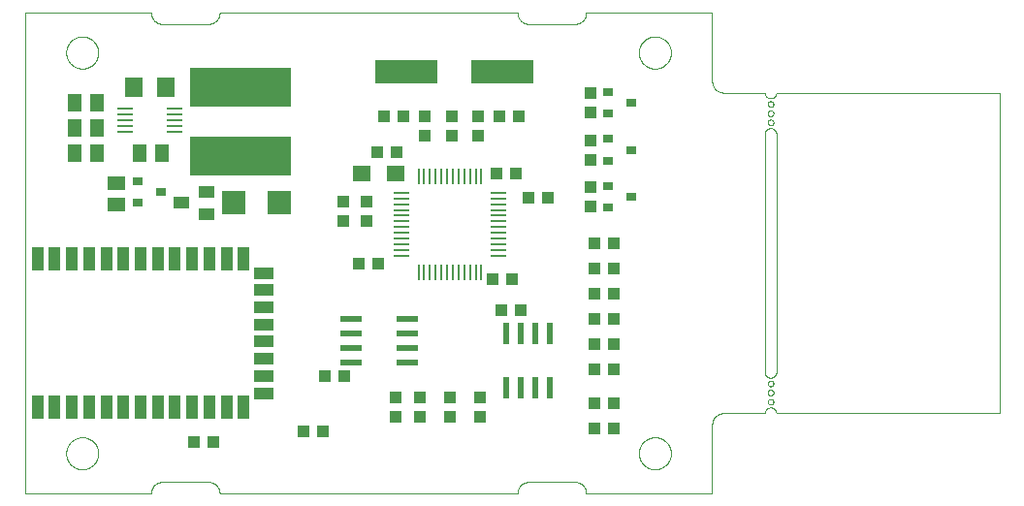
<source format=gtp>
G75*
%MOIN*%
%OFA0B0*%
%FSLAX25Y25*%
%IPPOS*%
%LPD*%
%AMOC8*
5,1,8,0,0,1.08239X$1,22.5*
%
%ADD10C,0.00000*%
%ADD11C,0.00394*%
%ADD12R,0.05906X0.05118*%
%ADD13R,0.07874X0.07874*%
%ADD14R,0.03543X0.03150*%
%ADD15R,0.05512X0.03937*%
%ADD16R,0.05600X0.01100*%
%ADD17R,0.04331X0.03937*%
%ADD18R,0.05118X0.05906*%
%ADD19R,0.06299X0.07087*%
%ADD20R,0.01100X0.05800*%
%ADD21R,0.05800X0.01100*%
%ADD22R,0.06299X0.05512*%
%ADD23R,0.03937X0.04331*%
%ADD24R,0.21654X0.07874*%
%ADD25R,0.02200X0.07800*%
%ADD26R,0.07800X0.02200*%
%ADD27R,0.03937X0.07874*%
%ADD28R,0.07087X0.03937*%
%ADD29R,0.34646X0.13386*%
D10*
X0048494Y0021469D02*
X0048496Y0021617D01*
X0048502Y0021765D01*
X0048512Y0021913D01*
X0048526Y0022060D01*
X0048544Y0022207D01*
X0048565Y0022353D01*
X0048591Y0022499D01*
X0048621Y0022644D01*
X0048654Y0022788D01*
X0048692Y0022931D01*
X0048733Y0023073D01*
X0048778Y0023214D01*
X0048826Y0023354D01*
X0048879Y0023493D01*
X0048935Y0023630D01*
X0048995Y0023765D01*
X0049058Y0023899D01*
X0049125Y0024031D01*
X0049196Y0024161D01*
X0049270Y0024289D01*
X0049347Y0024415D01*
X0049428Y0024539D01*
X0049512Y0024661D01*
X0049599Y0024780D01*
X0049690Y0024897D01*
X0049784Y0025012D01*
X0049880Y0025124D01*
X0049980Y0025234D01*
X0050082Y0025340D01*
X0050188Y0025444D01*
X0050296Y0025545D01*
X0050407Y0025643D01*
X0050520Y0025739D01*
X0050636Y0025831D01*
X0050754Y0025920D01*
X0050875Y0026005D01*
X0050998Y0026088D01*
X0051123Y0026167D01*
X0051250Y0026243D01*
X0051379Y0026315D01*
X0051510Y0026384D01*
X0051643Y0026449D01*
X0051778Y0026510D01*
X0051914Y0026568D01*
X0052051Y0026623D01*
X0052190Y0026673D01*
X0052331Y0026720D01*
X0052472Y0026763D01*
X0052615Y0026803D01*
X0052759Y0026838D01*
X0052903Y0026870D01*
X0053049Y0026897D01*
X0053195Y0026921D01*
X0053342Y0026941D01*
X0053489Y0026957D01*
X0053636Y0026969D01*
X0053784Y0026977D01*
X0053932Y0026981D01*
X0054080Y0026981D01*
X0054228Y0026977D01*
X0054376Y0026969D01*
X0054523Y0026957D01*
X0054670Y0026941D01*
X0054817Y0026921D01*
X0054963Y0026897D01*
X0055109Y0026870D01*
X0055253Y0026838D01*
X0055397Y0026803D01*
X0055540Y0026763D01*
X0055681Y0026720D01*
X0055822Y0026673D01*
X0055961Y0026623D01*
X0056098Y0026568D01*
X0056234Y0026510D01*
X0056369Y0026449D01*
X0056502Y0026384D01*
X0056633Y0026315D01*
X0056762Y0026243D01*
X0056889Y0026167D01*
X0057014Y0026088D01*
X0057137Y0026005D01*
X0057258Y0025920D01*
X0057376Y0025831D01*
X0057492Y0025739D01*
X0057605Y0025643D01*
X0057716Y0025545D01*
X0057824Y0025444D01*
X0057930Y0025340D01*
X0058032Y0025234D01*
X0058132Y0025124D01*
X0058228Y0025012D01*
X0058322Y0024897D01*
X0058413Y0024780D01*
X0058500Y0024661D01*
X0058584Y0024539D01*
X0058665Y0024415D01*
X0058742Y0024289D01*
X0058816Y0024161D01*
X0058887Y0024031D01*
X0058954Y0023899D01*
X0059017Y0023765D01*
X0059077Y0023630D01*
X0059133Y0023493D01*
X0059186Y0023354D01*
X0059234Y0023214D01*
X0059279Y0023073D01*
X0059320Y0022931D01*
X0059358Y0022788D01*
X0059391Y0022644D01*
X0059421Y0022499D01*
X0059447Y0022353D01*
X0059468Y0022207D01*
X0059486Y0022060D01*
X0059500Y0021913D01*
X0059510Y0021765D01*
X0059516Y0021617D01*
X0059518Y0021469D01*
X0059516Y0021321D01*
X0059510Y0021173D01*
X0059500Y0021025D01*
X0059486Y0020878D01*
X0059468Y0020731D01*
X0059447Y0020585D01*
X0059421Y0020439D01*
X0059391Y0020294D01*
X0059358Y0020150D01*
X0059320Y0020007D01*
X0059279Y0019865D01*
X0059234Y0019724D01*
X0059186Y0019584D01*
X0059133Y0019445D01*
X0059077Y0019308D01*
X0059017Y0019173D01*
X0058954Y0019039D01*
X0058887Y0018907D01*
X0058816Y0018777D01*
X0058742Y0018649D01*
X0058665Y0018523D01*
X0058584Y0018399D01*
X0058500Y0018277D01*
X0058413Y0018158D01*
X0058322Y0018041D01*
X0058228Y0017926D01*
X0058132Y0017814D01*
X0058032Y0017704D01*
X0057930Y0017598D01*
X0057824Y0017494D01*
X0057716Y0017393D01*
X0057605Y0017295D01*
X0057492Y0017199D01*
X0057376Y0017107D01*
X0057258Y0017018D01*
X0057137Y0016933D01*
X0057014Y0016850D01*
X0056889Y0016771D01*
X0056762Y0016695D01*
X0056633Y0016623D01*
X0056502Y0016554D01*
X0056369Y0016489D01*
X0056234Y0016428D01*
X0056098Y0016370D01*
X0055961Y0016315D01*
X0055822Y0016265D01*
X0055681Y0016218D01*
X0055540Y0016175D01*
X0055397Y0016135D01*
X0055253Y0016100D01*
X0055109Y0016068D01*
X0054963Y0016041D01*
X0054817Y0016017D01*
X0054670Y0015997D01*
X0054523Y0015981D01*
X0054376Y0015969D01*
X0054228Y0015961D01*
X0054080Y0015957D01*
X0053932Y0015957D01*
X0053784Y0015961D01*
X0053636Y0015969D01*
X0053489Y0015981D01*
X0053342Y0015997D01*
X0053195Y0016017D01*
X0053049Y0016041D01*
X0052903Y0016068D01*
X0052759Y0016100D01*
X0052615Y0016135D01*
X0052472Y0016175D01*
X0052331Y0016218D01*
X0052190Y0016265D01*
X0052051Y0016315D01*
X0051914Y0016370D01*
X0051778Y0016428D01*
X0051643Y0016489D01*
X0051510Y0016554D01*
X0051379Y0016623D01*
X0051250Y0016695D01*
X0051123Y0016771D01*
X0050998Y0016850D01*
X0050875Y0016933D01*
X0050754Y0017018D01*
X0050636Y0017107D01*
X0050520Y0017199D01*
X0050407Y0017295D01*
X0050296Y0017393D01*
X0050188Y0017494D01*
X0050082Y0017598D01*
X0049980Y0017704D01*
X0049880Y0017814D01*
X0049784Y0017926D01*
X0049690Y0018041D01*
X0049599Y0018158D01*
X0049512Y0018277D01*
X0049428Y0018399D01*
X0049347Y0018523D01*
X0049270Y0018649D01*
X0049196Y0018777D01*
X0049125Y0018907D01*
X0049058Y0019039D01*
X0048995Y0019173D01*
X0048935Y0019308D01*
X0048879Y0019445D01*
X0048826Y0019584D01*
X0048778Y0019724D01*
X0048733Y0019865D01*
X0048692Y0020007D01*
X0048654Y0020150D01*
X0048621Y0020294D01*
X0048591Y0020439D01*
X0048565Y0020585D01*
X0048544Y0020731D01*
X0048526Y0020878D01*
X0048512Y0021025D01*
X0048502Y0021173D01*
X0048496Y0021321D01*
X0048494Y0021469D01*
X0245344Y0021469D02*
X0245346Y0021617D01*
X0245352Y0021765D01*
X0245362Y0021913D01*
X0245376Y0022060D01*
X0245394Y0022207D01*
X0245415Y0022353D01*
X0245441Y0022499D01*
X0245471Y0022644D01*
X0245504Y0022788D01*
X0245542Y0022931D01*
X0245583Y0023073D01*
X0245628Y0023214D01*
X0245676Y0023354D01*
X0245729Y0023493D01*
X0245785Y0023630D01*
X0245845Y0023765D01*
X0245908Y0023899D01*
X0245975Y0024031D01*
X0246046Y0024161D01*
X0246120Y0024289D01*
X0246197Y0024415D01*
X0246278Y0024539D01*
X0246362Y0024661D01*
X0246449Y0024780D01*
X0246540Y0024897D01*
X0246634Y0025012D01*
X0246730Y0025124D01*
X0246830Y0025234D01*
X0246932Y0025340D01*
X0247038Y0025444D01*
X0247146Y0025545D01*
X0247257Y0025643D01*
X0247370Y0025739D01*
X0247486Y0025831D01*
X0247604Y0025920D01*
X0247725Y0026005D01*
X0247848Y0026088D01*
X0247973Y0026167D01*
X0248100Y0026243D01*
X0248229Y0026315D01*
X0248360Y0026384D01*
X0248493Y0026449D01*
X0248628Y0026510D01*
X0248764Y0026568D01*
X0248901Y0026623D01*
X0249040Y0026673D01*
X0249181Y0026720D01*
X0249322Y0026763D01*
X0249465Y0026803D01*
X0249609Y0026838D01*
X0249753Y0026870D01*
X0249899Y0026897D01*
X0250045Y0026921D01*
X0250192Y0026941D01*
X0250339Y0026957D01*
X0250486Y0026969D01*
X0250634Y0026977D01*
X0250782Y0026981D01*
X0250930Y0026981D01*
X0251078Y0026977D01*
X0251226Y0026969D01*
X0251373Y0026957D01*
X0251520Y0026941D01*
X0251667Y0026921D01*
X0251813Y0026897D01*
X0251959Y0026870D01*
X0252103Y0026838D01*
X0252247Y0026803D01*
X0252390Y0026763D01*
X0252531Y0026720D01*
X0252672Y0026673D01*
X0252811Y0026623D01*
X0252948Y0026568D01*
X0253084Y0026510D01*
X0253219Y0026449D01*
X0253352Y0026384D01*
X0253483Y0026315D01*
X0253612Y0026243D01*
X0253739Y0026167D01*
X0253864Y0026088D01*
X0253987Y0026005D01*
X0254108Y0025920D01*
X0254226Y0025831D01*
X0254342Y0025739D01*
X0254455Y0025643D01*
X0254566Y0025545D01*
X0254674Y0025444D01*
X0254780Y0025340D01*
X0254882Y0025234D01*
X0254982Y0025124D01*
X0255078Y0025012D01*
X0255172Y0024897D01*
X0255263Y0024780D01*
X0255350Y0024661D01*
X0255434Y0024539D01*
X0255515Y0024415D01*
X0255592Y0024289D01*
X0255666Y0024161D01*
X0255737Y0024031D01*
X0255804Y0023899D01*
X0255867Y0023765D01*
X0255927Y0023630D01*
X0255983Y0023493D01*
X0256036Y0023354D01*
X0256084Y0023214D01*
X0256129Y0023073D01*
X0256170Y0022931D01*
X0256208Y0022788D01*
X0256241Y0022644D01*
X0256271Y0022499D01*
X0256297Y0022353D01*
X0256318Y0022207D01*
X0256336Y0022060D01*
X0256350Y0021913D01*
X0256360Y0021765D01*
X0256366Y0021617D01*
X0256368Y0021469D01*
X0256366Y0021321D01*
X0256360Y0021173D01*
X0256350Y0021025D01*
X0256336Y0020878D01*
X0256318Y0020731D01*
X0256297Y0020585D01*
X0256271Y0020439D01*
X0256241Y0020294D01*
X0256208Y0020150D01*
X0256170Y0020007D01*
X0256129Y0019865D01*
X0256084Y0019724D01*
X0256036Y0019584D01*
X0255983Y0019445D01*
X0255927Y0019308D01*
X0255867Y0019173D01*
X0255804Y0019039D01*
X0255737Y0018907D01*
X0255666Y0018777D01*
X0255592Y0018649D01*
X0255515Y0018523D01*
X0255434Y0018399D01*
X0255350Y0018277D01*
X0255263Y0018158D01*
X0255172Y0018041D01*
X0255078Y0017926D01*
X0254982Y0017814D01*
X0254882Y0017704D01*
X0254780Y0017598D01*
X0254674Y0017494D01*
X0254566Y0017393D01*
X0254455Y0017295D01*
X0254342Y0017199D01*
X0254226Y0017107D01*
X0254108Y0017018D01*
X0253987Y0016933D01*
X0253864Y0016850D01*
X0253739Y0016771D01*
X0253612Y0016695D01*
X0253483Y0016623D01*
X0253352Y0016554D01*
X0253219Y0016489D01*
X0253084Y0016428D01*
X0252948Y0016370D01*
X0252811Y0016315D01*
X0252672Y0016265D01*
X0252531Y0016218D01*
X0252390Y0016175D01*
X0252247Y0016135D01*
X0252103Y0016100D01*
X0251959Y0016068D01*
X0251813Y0016041D01*
X0251667Y0016017D01*
X0251520Y0015997D01*
X0251373Y0015981D01*
X0251226Y0015969D01*
X0251078Y0015961D01*
X0250930Y0015957D01*
X0250782Y0015957D01*
X0250634Y0015961D01*
X0250486Y0015969D01*
X0250339Y0015981D01*
X0250192Y0015997D01*
X0250045Y0016017D01*
X0249899Y0016041D01*
X0249753Y0016068D01*
X0249609Y0016100D01*
X0249465Y0016135D01*
X0249322Y0016175D01*
X0249181Y0016218D01*
X0249040Y0016265D01*
X0248901Y0016315D01*
X0248764Y0016370D01*
X0248628Y0016428D01*
X0248493Y0016489D01*
X0248360Y0016554D01*
X0248229Y0016623D01*
X0248100Y0016695D01*
X0247973Y0016771D01*
X0247848Y0016850D01*
X0247725Y0016933D01*
X0247604Y0017018D01*
X0247486Y0017107D01*
X0247370Y0017199D01*
X0247257Y0017295D01*
X0247146Y0017393D01*
X0247038Y0017494D01*
X0246932Y0017598D01*
X0246830Y0017704D01*
X0246730Y0017814D01*
X0246634Y0017926D01*
X0246540Y0018041D01*
X0246449Y0018158D01*
X0246362Y0018277D01*
X0246278Y0018399D01*
X0246197Y0018523D01*
X0246120Y0018649D01*
X0246046Y0018777D01*
X0245975Y0018907D01*
X0245908Y0019039D01*
X0245845Y0019173D01*
X0245785Y0019308D01*
X0245729Y0019445D01*
X0245676Y0019584D01*
X0245628Y0019724D01*
X0245583Y0019865D01*
X0245542Y0020007D01*
X0245504Y0020150D01*
X0245471Y0020294D01*
X0245441Y0020439D01*
X0245415Y0020585D01*
X0245394Y0020731D01*
X0245376Y0020878D01*
X0245362Y0021025D01*
X0245352Y0021173D01*
X0245346Y0021321D01*
X0245344Y0021469D01*
X0289636Y0039185D02*
X0289638Y0039247D01*
X0289644Y0039310D01*
X0289654Y0039371D01*
X0289668Y0039432D01*
X0289685Y0039492D01*
X0289706Y0039551D01*
X0289732Y0039608D01*
X0289760Y0039663D01*
X0289792Y0039717D01*
X0289828Y0039768D01*
X0289866Y0039818D01*
X0289908Y0039864D01*
X0289952Y0039908D01*
X0290000Y0039949D01*
X0290049Y0039987D01*
X0290101Y0040021D01*
X0290155Y0040052D01*
X0290211Y0040080D01*
X0290269Y0040104D01*
X0290328Y0040125D01*
X0290388Y0040141D01*
X0290449Y0040154D01*
X0290511Y0040163D01*
X0290573Y0040168D01*
X0290636Y0040169D01*
X0290698Y0040166D01*
X0290760Y0040159D01*
X0290822Y0040148D01*
X0290882Y0040133D01*
X0290942Y0040115D01*
X0291000Y0040093D01*
X0291057Y0040067D01*
X0291112Y0040037D01*
X0291165Y0040004D01*
X0291216Y0039968D01*
X0291264Y0039929D01*
X0291310Y0039886D01*
X0291353Y0039841D01*
X0291393Y0039793D01*
X0291430Y0039743D01*
X0291464Y0039690D01*
X0291495Y0039636D01*
X0291521Y0039580D01*
X0291545Y0039522D01*
X0291564Y0039462D01*
X0291580Y0039402D01*
X0291592Y0039340D01*
X0291600Y0039279D01*
X0291604Y0039216D01*
X0291604Y0039154D01*
X0291600Y0039091D01*
X0291592Y0039030D01*
X0291580Y0038968D01*
X0291564Y0038908D01*
X0291545Y0038848D01*
X0291521Y0038790D01*
X0291495Y0038734D01*
X0291464Y0038680D01*
X0291430Y0038627D01*
X0291393Y0038577D01*
X0291353Y0038529D01*
X0291310Y0038484D01*
X0291264Y0038441D01*
X0291216Y0038402D01*
X0291165Y0038366D01*
X0291112Y0038333D01*
X0291057Y0038303D01*
X0291000Y0038277D01*
X0290942Y0038255D01*
X0290882Y0038237D01*
X0290822Y0038222D01*
X0290760Y0038211D01*
X0290698Y0038204D01*
X0290636Y0038201D01*
X0290573Y0038202D01*
X0290511Y0038207D01*
X0290449Y0038216D01*
X0290388Y0038229D01*
X0290328Y0038245D01*
X0290269Y0038266D01*
X0290211Y0038290D01*
X0290155Y0038318D01*
X0290101Y0038349D01*
X0290049Y0038383D01*
X0290000Y0038421D01*
X0289952Y0038462D01*
X0289908Y0038506D01*
X0289866Y0038552D01*
X0289828Y0038602D01*
X0289792Y0038653D01*
X0289760Y0038707D01*
X0289732Y0038762D01*
X0289706Y0038819D01*
X0289685Y0038878D01*
X0289668Y0038938D01*
X0289654Y0038999D01*
X0289644Y0039060D01*
X0289638Y0039123D01*
X0289636Y0039185D01*
X0289636Y0042335D02*
X0289638Y0042397D01*
X0289644Y0042460D01*
X0289654Y0042521D01*
X0289668Y0042582D01*
X0289685Y0042642D01*
X0289706Y0042701D01*
X0289732Y0042758D01*
X0289760Y0042813D01*
X0289792Y0042867D01*
X0289828Y0042918D01*
X0289866Y0042968D01*
X0289908Y0043014D01*
X0289952Y0043058D01*
X0290000Y0043099D01*
X0290049Y0043137D01*
X0290101Y0043171D01*
X0290155Y0043202D01*
X0290211Y0043230D01*
X0290269Y0043254D01*
X0290328Y0043275D01*
X0290388Y0043291D01*
X0290449Y0043304D01*
X0290511Y0043313D01*
X0290573Y0043318D01*
X0290636Y0043319D01*
X0290698Y0043316D01*
X0290760Y0043309D01*
X0290822Y0043298D01*
X0290882Y0043283D01*
X0290942Y0043265D01*
X0291000Y0043243D01*
X0291057Y0043217D01*
X0291112Y0043187D01*
X0291165Y0043154D01*
X0291216Y0043118D01*
X0291264Y0043079D01*
X0291310Y0043036D01*
X0291353Y0042991D01*
X0291393Y0042943D01*
X0291430Y0042893D01*
X0291464Y0042840D01*
X0291495Y0042786D01*
X0291521Y0042730D01*
X0291545Y0042672D01*
X0291564Y0042612D01*
X0291580Y0042552D01*
X0291592Y0042490D01*
X0291600Y0042429D01*
X0291604Y0042366D01*
X0291604Y0042304D01*
X0291600Y0042241D01*
X0291592Y0042180D01*
X0291580Y0042118D01*
X0291564Y0042058D01*
X0291545Y0041998D01*
X0291521Y0041940D01*
X0291495Y0041884D01*
X0291464Y0041830D01*
X0291430Y0041777D01*
X0291393Y0041727D01*
X0291353Y0041679D01*
X0291310Y0041634D01*
X0291264Y0041591D01*
X0291216Y0041552D01*
X0291165Y0041516D01*
X0291112Y0041483D01*
X0291057Y0041453D01*
X0291000Y0041427D01*
X0290942Y0041405D01*
X0290882Y0041387D01*
X0290822Y0041372D01*
X0290760Y0041361D01*
X0290698Y0041354D01*
X0290636Y0041351D01*
X0290573Y0041352D01*
X0290511Y0041357D01*
X0290449Y0041366D01*
X0290388Y0041379D01*
X0290328Y0041395D01*
X0290269Y0041416D01*
X0290211Y0041440D01*
X0290155Y0041468D01*
X0290101Y0041499D01*
X0290049Y0041533D01*
X0290000Y0041571D01*
X0289952Y0041612D01*
X0289908Y0041656D01*
X0289866Y0041702D01*
X0289828Y0041752D01*
X0289792Y0041803D01*
X0289760Y0041857D01*
X0289732Y0041912D01*
X0289706Y0041969D01*
X0289685Y0042028D01*
X0289668Y0042088D01*
X0289654Y0042149D01*
X0289644Y0042210D01*
X0289638Y0042273D01*
X0289636Y0042335D01*
X0289636Y0045484D02*
X0289638Y0045546D01*
X0289644Y0045609D01*
X0289654Y0045670D01*
X0289668Y0045731D01*
X0289685Y0045791D01*
X0289706Y0045850D01*
X0289732Y0045907D01*
X0289760Y0045962D01*
X0289792Y0046016D01*
X0289828Y0046067D01*
X0289866Y0046117D01*
X0289908Y0046163D01*
X0289952Y0046207D01*
X0290000Y0046248D01*
X0290049Y0046286D01*
X0290101Y0046320D01*
X0290155Y0046351D01*
X0290211Y0046379D01*
X0290269Y0046403D01*
X0290328Y0046424D01*
X0290388Y0046440D01*
X0290449Y0046453D01*
X0290511Y0046462D01*
X0290573Y0046467D01*
X0290636Y0046468D01*
X0290698Y0046465D01*
X0290760Y0046458D01*
X0290822Y0046447D01*
X0290882Y0046432D01*
X0290942Y0046414D01*
X0291000Y0046392D01*
X0291057Y0046366D01*
X0291112Y0046336D01*
X0291165Y0046303D01*
X0291216Y0046267D01*
X0291264Y0046228D01*
X0291310Y0046185D01*
X0291353Y0046140D01*
X0291393Y0046092D01*
X0291430Y0046042D01*
X0291464Y0045989D01*
X0291495Y0045935D01*
X0291521Y0045879D01*
X0291545Y0045821D01*
X0291564Y0045761D01*
X0291580Y0045701D01*
X0291592Y0045639D01*
X0291600Y0045578D01*
X0291604Y0045515D01*
X0291604Y0045453D01*
X0291600Y0045390D01*
X0291592Y0045329D01*
X0291580Y0045267D01*
X0291564Y0045207D01*
X0291545Y0045147D01*
X0291521Y0045089D01*
X0291495Y0045033D01*
X0291464Y0044979D01*
X0291430Y0044926D01*
X0291393Y0044876D01*
X0291353Y0044828D01*
X0291310Y0044783D01*
X0291264Y0044740D01*
X0291216Y0044701D01*
X0291165Y0044665D01*
X0291112Y0044632D01*
X0291057Y0044602D01*
X0291000Y0044576D01*
X0290942Y0044554D01*
X0290882Y0044536D01*
X0290822Y0044521D01*
X0290760Y0044510D01*
X0290698Y0044503D01*
X0290636Y0044500D01*
X0290573Y0044501D01*
X0290511Y0044506D01*
X0290449Y0044515D01*
X0290388Y0044528D01*
X0290328Y0044544D01*
X0290269Y0044565D01*
X0290211Y0044589D01*
X0290155Y0044617D01*
X0290101Y0044648D01*
X0290049Y0044682D01*
X0290000Y0044720D01*
X0289952Y0044761D01*
X0289908Y0044805D01*
X0289866Y0044851D01*
X0289828Y0044901D01*
X0289792Y0044952D01*
X0289760Y0045006D01*
X0289732Y0045061D01*
X0289706Y0045118D01*
X0289685Y0045177D01*
X0289668Y0045237D01*
X0289654Y0045298D01*
X0289644Y0045359D01*
X0289638Y0045422D01*
X0289636Y0045484D01*
X0289636Y0135248D02*
X0289638Y0135310D01*
X0289644Y0135373D01*
X0289654Y0135434D01*
X0289668Y0135495D01*
X0289685Y0135555D01*
X0289706Y0135614D01*
X0289732Y0135671D01*
X0289760Y0135726D01*
X0289792Y0135780D01*
X0289828Y0135831D01*
X0289866Y0135881D01*
X0289908Y0135927D01*
X0289952Y0135971D01*
X0290000Y0136012D01*
X0290049Y0136050D01*
X0290101Y0136084D01*
X0290155Y0136115D01*
X0290211Y0136143D01*
X0290269Y0136167D01*
X0290328Y0136188D01*
X0290388Y0136204D01*
X0290449Y0136217D01*
X0290511Y0136226D01*
X0290573Y0136231D01*
X0290636Y0136232D01*
X0290698Y0136229D01*
X0290760Y0136222D01*
X0290822Y0136211D01*
X0290882Y0136196D01*
X0290942Y0136178D01*
X0291000Y0136156D01*
X0291057Y0136130D01*
X0291112Y0136100D01*
X0291165Y0136067D01*
X0291216Y0136031D01*
X0291264Y0135992D01*
X0291310Y0135949D01*
X0291353Y0135904D01*
X0291393Y0135856D01*
X0291430Y0135806D01*
X0291464Y0135753D01*
X0291495Y0135699D01*
X0291521Y0135643D01*
X0291545Y0135585D01*
X0291564Y0135525D01*
X0291580Y0135465D01*
X0291592Y0135403D01*
X0291600Y0135342D01*
X0291604Y0135279D01*
X0291604Y0135217D01*
X0291600Y0135154D01*
X0291592Y0135093D01*
X0291580Y0135031D01*
X0291564Y0134971D01*
X0291545Y0134911D01*
X0291521Y0134853D01*
X0291495Y0134797D01*
X0291464Y0134743D01*
X0291430Y0134690D01*
X0291393Y0134640D01*
X0291353Y0134592D01*
X0291310Y0134547D01*
X0291264Y0134504D01*
X0291216Y0134465D01*
X0291165Y0134429D01*
X0291112Y0134396D01*
X0291057Y0134366D01*
X0291000Y0134340D01*
X0290942Y0134318D01*
X0290882Y0134300D01*
X0290822Y0134285D01*
X0290760Y0134274D01*
X0290698Y0134267D01*
X0290636Y0134264D01*
X0290573Y0134265D01*
X0290511Y0134270D01*
X0290449Y0134279D01*
X0290388Y0134292D01*
X0290328Y0134308D01*
X0290269Y0134329D01*
X0290211Y0134353D01*
X0290155Y0134381D01*
X0290101Y0134412D01*
X0290049Y0134446D01*
X0290000Y0134484D01*
X0289952Y0134525D01*
X0289908Y0134569D01*
X0289866Y0134615D01*
X0289828Y0134665D01*
X0289792Y0134716D01*
X0289760Y0134770D01*
X0289732Y0134825D01*
X0289706Y0134882D01*
X0289685Y0134941D01*
X0289668Y0135001D01*
X0289654Y0135062D01*
X0289644Y0135123D01*
X0289638Y0135186D01*
X0289636Y0135248D01*
X0289636Y0138398D02*
X0289638Y0138460D01*
X0289644Y0138523D01*
X0289654Y0138584D01*
X0289668Y0138645D01*
X0289685Y0138705D01*
X0289706Y0138764D01*
X0289732Y0138821D01*
X0289760Y0138876D01*
X0289792Y0138930D01*
X0289828Y0138981D01*
X0289866Y0139031D01*
X0289908Y0139077D01*
X0289952Y0139121D01*
X0290000Y0139162D01*
X0290049Y0139200D01*
X0290101Y0139234D01*
X0290155Y0139265D01*
X0290211Y0139293D01*
X0290269Y0139317D01*
X0290328Y0139338D01*
X0290388Y0139354D01*
X0290449Y0139367D01*
X0290511Y0139376D01*
X0290573Y0139381D01*
X0290636Y0139382D01*
X0290698Y0139379D01*
X0290760Y0139372D01*
X0290822Y0139361D01*
X0290882Y0139346D01*
X0290942Y0139328D01*
X0291000Y0139306D01*
X0291057Y0139280D01*
X0291112Y0139250D01*
X0291165Y0139217D01*
X0291216Y0139181D01*
X0291264Y0139142D01*
X0291310Y0139099D01*
X0291353Y0139054D01*
X0291393Y0139006D01*
X0291430Y0138956D01*
X0291464Y0138903D01*
X0291495Y0138849D01*
X0291521Y0138793D01*
X0291545Y0138735D01*
X0291564Y0138675D01*
X0291580Y0138615D01*
X0291592Y0138553D01*
X0291600Y0138492D01*
X0291604Y0138429D01*
X0291604Y0138367D01*
X0291600Y0138304D01*
X0291592Y0138243D01*
X0291580Y0138181D01*
X0291564Y0138121D01*
X0291545Y0138061D01*
X0291521Y0138003D01*
X0291495Y0137947D01*
X0291464Y0137893D01*
X0291430Y0137840D01*
X0291393Y0137790D01*
X0291353Y0137742D01*
X0291310Y0137697D01*
X0291264Y0137654D01*
X0291216Y0137615D01*
X0291165Y0137579D01*
X0291112Y0137546D01*
X0291057Y0137516D01*
X0291000Y0137490D01*
X0290942Y0137468D01*
X0290882Y0137450D01*
X0290822Y0137435D01*
X0290760Y0137424D01*
X0290698Y0137417D01*
X0290636Y0137414D01*
X0290573Y0137415D01*
X0290511Y0137420D01*
X0290449Y0137429D01*
X0290388Y0137442D01*
X0290328Y0137458D01*
X0290269Y0137479D01*
X0290211Y0137503D01*
X0290155Y0137531D01*
X0290101Y0137562D01*
X0290049Y0137596D01*
X0290000Y0137634D01*
X0289952Y0137675D01*
X0289908Y0137719D01*
X0289866Y0137765D01*
X0289828Y0137815D01*
X0289792Y0137866D01*
X0289760Y0137920D01*
X0289732Y0137975D01*
X0289706Y0138032D01*
X0289685Y0138091D01*
X0289668Y0138151D01*
X0289654Y0138212D01*
X0289644Y0138273D01*
X0289638Y0138336D01*
X0289636Y0138398D01*
X0289636Y0141547D02*
X0289638Y0141609D01*
X0289644Y0141672D01*
X0289654Y0141733D01*
X0289668Y0141794D01*
X0289685Y0141854D01*
X0289706Y0141913D01*
X0289732Y0141970D01*
X0289760Y0142025D01*
X0289792Y0142079D01*
X0289828Y0142130D01*
X0289866Y0142180D01*
X0289908Y0142226D01*
X0289952Y0142270D01*
X0290000Y0142311D01*
X0290049Y0142349D01*
X0290101Y0142383D01*
X0290155Y0142414D01*
X0290211Y0142442D01*
X0290269Y0142466D01*
X0290328Y0142487D01*
X0290388Y0142503D01*
X0290449Y0142516D01*
X0290511Y0142525D01*
X0290573Y0142530D01*
X0290636Y0142531D01*
X0290698Y0142528D01*
X0290760Y0142521D01*
X0290822Y0142510D01*
X0290882Y0142495D01*
X0290942Y0142477D01*
X0291000Y0142455D01*
X0291057Y0142429D01*
X0291112Y0142399D01*
X0291165Y0142366D01*
X0291216Y0142330D01*
X0291264Y0142291D01*
X0291310Y0142248D01*
X0291353Y0142203D01*
X0291393Y0142155D01*
X0291430Y0142105D01*
X0291464Y0142052D01*
X0291495Y0141998D01*
X0291521Y0141942D01*
X0291545Y0141884D01*
X0291564Y0141824D01*
X0291580Y0141764D01*
X0291592Y0141702D01*
X0291600Y0141641D01*
X0291604Y0141578D01*
X0291604Y0141516D01*
X0291600Y0141453D01*
X0291592Y0141392D01*
X0291580Y0141330D01*
X0291564Y0141270D01*
X0291545Y0141210D01*
X0291521Y0141152D01*
X0291495Y0141096D01*
X0291464Y0141042D01*
X0291430Y0140989D01*
X0291393Y0140939D01*
X0291353Y0140891D01*
X0291310Y0140846D01*
X0291264Y0140803D01*
X0291216Y0140764D01*
X0291165Y0140728D01*
X0291112Y0140695D01*
X0291057Y0140665D01*
X0291000Y0140639D01*
X0290942Y0140617D01*
X0290882Y0140599D01*
X0290822Y0140584D01*
X0290760Y0140573D01*
X0290698Y0140566D01*
X0290636Y0140563D01*
X0290573Y0140564D01*
X0290511Y0140569D01*
X0290449Y0140578D01*
X0290388Y0140591D01*
X0290328Y0140607D01*
X0290269Y0140628D01*
X0290211Y0140652D01*
X0290155Y0140680D01*
X0290101Y0140711D01*
X0290049Y0140745D01*
X0290000Y0140783D01*
X0289952Y0140824D01*
X0289908Y0140868D01*
X0289866Y0140914D01*
X0289828Y0140964D01*
X0289792Y0141015D01*
X0289760Y0141069D01*
X0289732Y0141124D01*
X0289706Y0141181D01*
X0289685Y0141240D01*
X0289668Y0141300D01*
X0289654Y0141361D01*
X0289644Y0141422D01*
X0289638Y0141485D01*
X0289636Y0141547D01*
X0245344Y0159264D02*
X0245346Y0159412D01*
X0245352Y0159560D01*
X0245362Y0159708D01*
X0245376Y0159855D01*
X0245394Y0160002D01*
X0245415Y0160148D01*
X0245441Y0160294D01*
X0245471Y0160439D01*
X0245504Y0160583D01*
X0245542Y0160726D01*
X0245583Y0160868D01*
X0245628Y0161009D01*
X0245676Y0161149D01*
X0245729Y0161288D01*
X0245785Y0161425D01*
X0245845Y0161560D01*
X0245908Y0161694D01*
X0245975Y0161826D01*
X0246046Y0161956D01*
X0246120Y0162084D01*
X0246197Y0162210D01*
X0246278Y0162334D01*
X0246362Y0162456D01*
X0246449Y0162575D01*
X0246540Y0162692D01*
X0246634Y0162807D01*
X0246730Y0162919D01*
X0246830Y0163029D01*
X0246932Y0163135D01*
X0247038Y0163239D01*
X0247146Y0163340D01*
X0247257Y0163438D01*
X0247370Y0163534D01*
X0247486Y0163626D01*
X0247604Y0163715D01*
X0247725Y0163800D01*
X0247848Y0163883D01*
X0247973Y0163962D01*
X0248100Y0164038D01*
X0248229Y0164110D01*
X0248360Y0164179D01*
X0248493Y0164244D01*
X0248628Y0164305D01*
X0248764Y0164363D01*
X0248901Y0164418D01*
X0249040Y0164468D01*
X0249181Y0164515D01*
X0249322Y0164558D01*
X0249465Y0164598D01*
X0249609Y0164633D01*
X0249753Y0164665D01*
X0249899Y0164692D01*
X0250045Y0164716D01*
X0250192Y0164736D01*
X0250339Y0164752D01*
X0250486Y0164764D01*
X0250634Y0164772D01*
X0250782Y0164776D01*
X0250930Y0164776D01*
X0251078Y0164772D01*
X0251226Y0164764D01*
X0251373Y0164752D01*
X0251520Y0164736D01*
X0251667Y0164716D01*
X0251813Y0164692D01*
X0251959Y0164665D01*
X0252103Y0164633D01*
X0252247Y0164598D01*
X0252390Y0164558D01*
X0252531Y0164515D01*
X0252672Y0164468D01*
X0252811Y0164418D01*
X0252948Y0164363D01*
X0253084Y0164305D01*
X0253219Y0164244D01*
X0253352Y0164179D01*
X0253483Y0164110D01*
X0253612Y0164038D01*
X0253739Y0163962D01*
X0253864Y0163883D01*
X0253987Y0163800D01*
X0254108Y0163715D01*
X0254226Y0163626D01*
X0254342Y0163534D01*
X0254455Y0163438D01*
X0254566Y0163340D01*
X0254674Y0163239D01*
X0254780Y0163135D01*
X0254882Y0163029D01*
X0254982Y0162919D01*
X0255078Y0162807D01*
X0255172Y0162692D01*
X0255263Y0162575D01*
X0255350Y0162456D01*
X0255434Y0162334D01*
X0255515Y0162210D01*
X0255592Y0162084D01*
X0255666Y0161956D01*
X0255737Y0161826D01*
X0255804Y0161694D01*
X0255867Y0161560D01*
X0255927Y0161425D01*
X0255983Y0161288D01*
X0256036Y0161149D01*
X0256084Y0161009D01*
X0256129Y0160868D01*
X0256170Y0160726D01*
X0256208Y0160583D01*
X0256241Y0160439D01*
X0256271Y0160294D01*
X0256297Y0160148D01*
X0256318Y0160002D01*
X0256336Y0159855D01*
X0256350Y0159708D01*
X0256360Y0159560D01*
X0256366Y0159412D01*
X0256368Y0159264D01*
X0256366Y0159116D01*
X0256360Y0158968D01*
X0256350Y0158820D01*
X0256336Y0158673D01*
X0256318Y0158526D01*
X0256297Y0158380D01*
X0256271Y0158234D01*
X0256241Y0158089D01*
X0256208Y0157945D01*
X0256170Y0157802D01*
X0256129Y0157660D01*
X0256084Y0157519D01*
X0256036Y0157379D01*
X0255983Y0157240D01*
X0255927Y0157103D01*
X0255867Y0156968D01*
X0255804Y0156834D01*
X0255737Y0156702D01*
X0255666Y0156572D01*
X0255592Y0156444D01*
X0255515Y0156318D01*
X0255434Y0156194D01*
X0255350Y0156072D01*
X0255263Y0155953D01*
X0255172Y0155836D01*
X0255078Y0155721D01*
X0254982Y0155609D01*
X0254882Y0155499D01*
X0254780Y0155393D01*
X0254674Y0155289D01*
X0254566Y0155188D01*
X0254455Y0155090D01*
X0254342Y0154994D01*
X0254226Y0154902D01*
X0254108Y0154813D01*
X0253987Y0154728D01*
X0253864Y0154645D01*
X0253739Y0154566D01*
X0253612Y0154490D01*
X0253483Y0154418D01*
X0253352Y0154349D01*
X0253219Y0154284D01*
X0253084Y0154223D01*
X0252948Y0154165D01*
X0252811Y0154110D01*
X0252672Y0154060D01*
X0252531Y0154013D01*
X0252390Y0153970D01*
X0252247Y0153930D01*
X0252103Y0153895D01*
X0251959Y0153863D01*
X0251813Y0153836D01*
X0251667Y0153812D01*
X0251520Y0153792D01*
X0251373Y0153776D01*
X0251226Y0153764D01*
X0251078Y0153756D01*
X0250930Y0153752D01*
X0250782Y0153752D01*
X0250634Y0153756D01*
X0250486Y0153764D01*
X0250339Y0153776D01*
X0250192Y0153792D01*
X0250045Y0153812D01*
X0249899Y0153836D01*
X0249753Y0153863D01*
X0249609Y0153895D01*
X0249465Y0153930D01*
X0249322Y0153970D01*
X0249181Y0154013D01*
X0249040Y0154060D01*
X0248901Y0154110D01*
X0248764Y0154165D01*
X0248628Y0154223D01*
X0248493Y0154284D01*
X0248360Y0154349D01*
X0248229Y0154418D01*
X0248100Y0154490D01*
X0247973Y0154566D01*
X0247848Y0154645D01*
X0247725Y0154728D01*
X0247604Y0154813D01*
X0247486Y0154902D01*
X0247370Y0154994D01*
X0247257Y0155090D01*
X0247146Y0155188D01*
X0247038Y0155289D01*
X0246932Y0155393D01*
X0246830Y0155499D01*
X0246730Y0155609D01*
X0246634Y0155721D01*
X0246540Y0155836D01*
X0246449Y0155953D01*
X0246362Y0156072D01*
X0246278Y0156194D01*
X0246197Y0156318D01*
X0246120Y0156444D01*
X0246046Y0156572D01*
X0245975Y0156702D01*
X0245908Y0156834D01*
X0245845Y0156968D01*
X0245785Y0157103D01*
X0245729Y0157240D01*
X0245676Y0157379D01*
X0245628Y0157519D01*
X0245583Y0157660D01*
X0245542Y0157802D01*
X0245504Y0157945D01*
X0245471Y0158089D01*
X0245441Y0158234D01*
X0245415Y0158380D01*
X0245394Y0158526D01*
X0245376Y0158673D01*
X0245362Y0158820D01*
X0245352Y0158968D01*
X0245346Y0159116D01*
X0245344Y0159264D01*
X0048494Y0159264D02*
X0048496Y0159412D01*
X0048502Y0159560D01*
X0048512Y0159708D01*
X0048526Y0159855D01*
X0048544Y0160002D01*
X0048565Y0160148D01*
X0048591Y0160294D01*
X0048621Y0160439D01*
X0048654Y0160583D01*
X0048692Y0160726D01*
X0048733Y0160868D01*
X0048778Y0161009D01*
X0048826Y0161149D01*
X0048879Y0161288D01*
X0048935Y0161425D01*
X0048995Y0161560D01*
X0049058Y0161694D01*
X0049125Y0161826D01*
X0049196Y0161956D01*
X0049270Y0162084D01*
X0049347Y0162210D01*
X0049428Y0162334D01*
X0049512Y0162456D01*
X0049599Y0162575D01*
X0049690Y0162692D01*
X0049784Y0162807D01*
X0049880Y0162919D01*
X0049980Y0163029D01*
X0050082Y0163135D01*
X0050188Y0163239D01*
X0050296Y0163340D01*
X0050407Y0163438D01*
X0050520Y0163534D01*
X0050636Y0163626D01*
X0050754Y0163715D01*
X0050875Y0163800D01*
X0050998Y0163883D01*
X0051123Y0163962D01*
X0051250Y0164038D01*
X0051379Y0164110D01*
X0051510Y0164179D01*
X0051643Y0164244D01*
X0051778Y0164305D01*
X0051914Y0164363D01*
X0052051Y0164418D01*
X0052190Y0164468D01*
X0052331Y0164515D01*
X0052472Y0164558D01*
X0052615Y0164598D01*
X0052759Y0164633D01*
X0052903Y0164665D01*
X0053049Y0164692D01*
X0053195Y0164716D01*
X0053342Y0164736D01*
X0053489Y0164752D01*
X0053636Y0164764D01*
X0053784Y0164772D01*
X0053932Y0164776D01*
X0054080Y0164776D01*
X0054228Y0164772D01*
X0054376Y0164764D01*
X0054523Y0164752D01*
X0054670Y0164736D01*
X0054817Y0164716D01*
X0054963Y0164692D01*
X0055109Y0164665D01*
X0055253Y0164633D01*
X0055397Y0164598D01*
X0055540Y0164558D01*
X0055681Y0164515D01*
X0055822Y0164468D01*
X0055961Y0164418D01*
X0056098Y0164363D01*
X0056234Y0164305D01*
X0056369Y0164244D01*
X0056502Y0164179D01*
X0056633Y0164110D01*
X0056762Y0164038D01*
X0056889Y0163962D01*
X0057014Y0163883D01*
X0057137Y0163800D01*
X0057258Y0163715D01*
X0057376Y0163626D01*
X0057492Y0163534D01*
X0057605Y0163438D01*
X0057716Y0163340D01*
X0057824Y0163239D01*
X0057930Y0163135D01*
X0058032Y0163029D01*
X0058132Y0162919D01*
X0058228Y0162807D01*
X0058322Y0162692D01*
X0058413Y0162575D01*
X0058500Y0162456D01*
X0058584Y0162334D01*
X0058665Y0162210D01*
X0058742Y0162084D01*
X0058816Y0161956D01*
X0058887Y0161826D01*
X0058954Y0161694D01*
X0059017Y0161560D01*
X0059077Y0161425D01*
X0059133Y0161288D01*
X0059186Y0161149D01*
X0059234Y0161009D01*
X0059279Y0160868D01*
X0059320Y0160726D01*
X0059358Y0160583D01*
X0059391Y0160439D01*
X0059421Y0160294D01*
X0059447Y0160148D01*
X0059468Y0160002D01*
X0059486Y0159855D01*
X0059500Y0159708D01*
X0059510Y0159560D01*
X0059516Y0159412D01*
X0059518Y0159264D01*
X0059516Y0159116D01*
X0059510Y0158968D01*
X0059500Y0158820D01*
X0059486Y0158673D01*
X0059468Y0158526D01*
X0059447Y0158380D01*
X0059421Y0158234D01*
X0059391Y0158089D01*
X0059358Y0157945D01*
X0059320Y0157802D01*
X0059279Y0157660D01*
X0059234Y0157519D01*
X0059186Y0157379D01*
X0059133Y0157240D01*
X0059077Y0157103D01*
X0059017Y0156968D01*
X0058954Y0156834D01*
X0058887Y0156702D01*
X0058816Y0156572D01*
X0058742Y0156444D01*
X0058665Y0156318D01*
X0058584Y0156194D01*
X0058500Y0156072D01*
X0058413Y0155953D01*
X0058322Y0155836D01*
X0058228Y0155721D01*
X0058132Y0155609D01*
X0058032Y0155499D01*
X0057930Y0155393D01*
X0057824Y0155289D01*
X0057716Y0155188D01*
X0057605Y0155090D01*
X0057492Y0154994D01*
X0057376Y0154902D01*
X0057258Y0154813D01*
X0057137Y0154728D01*
X0057014Y0154645D01*
X0056889Y0154566D01*
X0056762Y0154490D01*
X0056633Y0154418D01*
X0056502Y0154349D01*
X0056369Y0154284D01*
X0056234Y0154223D01*
X0056098Y0154165D01*
X0055961Y0154110D01*
X0055822Y0154060D01*
X0055681Y0154013D01*
X0055540Y0153970D01*
X0055397Y0153930D01*
X0055253Y0153895D01*
X0055109Y0153863D01*
X0054963Y0153836D01*
X0054817Y0153812D01*
X0054670Y0153792D01*
X0054523Y0153776D01*
X0054376Y0153764D01*
X0054228Y0153756D01*
X0054080Y0153752D01*
X0053932Y0153752D01*
X0053784Y0153756D01*
X0053636Y0153764D01*
X0053489Y0153776D01*
X0053342Y0153792D01*
X0053195Y0153812D01*
X0053049Y0153836D01*
X0052903Y0153863D01*
X0052759Y0153895D01*
X0052615Y0153930D01*
X0052472Y0153970D01*
X0052331Y0154013D01*
X0052190Y0154060D01*
X0052051Y0154110D01*
X0051914Y0154165D01*
X0051778Y0154223D01*
X0051643Y0154284D01*
X0051510Y0154349D01*
X0051379Y0154418D01*
X0051250Y0154490D01*
X0051123Y0154566D01*
X0050998Y0154645D01*
X0050875Y0154728D01*
X0050754Y0154813D01*
X0050636Y0154902D01*
X0050520Y0154994D01*
X0050407Y0155090D01*
X0050296Y0155188D01*
X0050188Y0155289D01*
X0050082Y0155393D01*
X0049980Y0155499D01*
X0049880Y0155609D01*
X0049784Y0155721D01*
X0049690Y0155836D01*
X0049599Y0155953D01*
X0049512Y0156072D01*
X0049428Y0156194D01*
X0049347Y0156318D01*
X0049270Y0156444D01*
X0049196Y0156572D01*
X0049125Y0156702D01*
X0049058Y0156834D01*
X0048995Y0156968D01*
X0048935Y0157103D01*
X0048879Y0157240D01*
X0048826Y0157379D01*
X0048778Y0157519D01*
X0048733Y0157660D01*
X0048692Y0157802D01*
X0048654Y0157945D01*
X0048621Y0158089D01*
X0048591Y0158234D01*
X0048565Y0158380D01*
X0048544Y0158526D01*
X0048526Y0158673D01*
X0048512Y0158820D01*
X0048502Y0158968D01*
X0048496Y0159116D01*
X0048494Y0159264D01*
D11*
X0034321Y0007689D02*
X0077628Y0007689D01*
X0077630Y0007813D01*
X0077636Y0007936D01*
X0077645Y0008060D01*
X0077659Y0008182D01*
X0077676Y0008305D01*
X0077698Y0008427D01*
X0077723Y0008548D01*
X0077752Y0008668D01*
X0077784Y0008787D01*
X0077821Y0008906D01*
X0077861Y0009023D01*
X0077904Y0009138D01*
X0077952Y0009253D01*
X0078003Y0009365D01*
X0078057Y0009476D01*
X0078115Y0009586D01*
X0078176Y0009693D01*
X0078241Y0009799D01*
X0078309Y0009902D01*
X0078380Y0010003D01*
X0078454Y0010102D01*
X0078531Y0010199D01*
X0078612Y0010293D01*
X0078695Y0010384D01*
X0078781Y0010473D01*
X0078870Y0010559D01*
X0078961Y0010642D01*
X0079055Y0010723D01*
X0079152Y0010800D01*
X0079251Y0010874D01*
X0079352Y0010945D01*
X0079455Y0011013D01*
X0079561Y0011078D01*
X0079668Y0011139D01*
X0079778Y0011197D01*
X0079889Y0011251D01*
X0080001Y0011302D01*
X0080116Y0011350D01*
X0080231Y0011393D01*
X0080348Y0011433D01*
X0080467Y0011470D01*
X0080586Y0011502D01*
X0080706Y0011531D01*
X0080827Y0011556D01*
X0080949Y0011578D01*
X0081072Y0011595D01*
X0081194Y0011609D01*
X0081318Y0011618D01*
X0081441Y0011624D01*
X0081565Y0011626D01*
X0097313Y0011626D01*
X0097437Y0011624D01*
X0097560Y0011618D01*
X0097684Y0011609D01*
X0097806Y0011595D01*
X0097929Y0011578D01*
X0098051Y0011556D01*
X0098172Y0011531D01*
X0098292Y0011502D01*
X0098411Y0011470D01*
X0098530Y0011433D01*
X0098647Y0011393D01*
X0098762Y0011350D01*
X0098877Y0011302D01*
X0098989Y0011251D01*
X0099100Y0011197D01*
X0099210Y0011139D01*
X0099317Y0011078D01*
X0099423Y0011013D01*
X0099526Y0010945D01*
X0099627Y0010874D01*
X0099726Y0010800D01*
X0099823Y0010723D01*
X0099917Y0010642D01*
X0100008Y0010559D01*
X0100097Y0010473D01*
X0100183Y0010384D01*
X0100266Y0010293D01*
X0100347Y0010199D01*
X0100424Y0010102D01*
X0100498Y0010003D01*
X0100569Y0009902D01*
X0100637Y0009799D01*
X0100702Y0009693D01*
X0100763Y0009586D01*
X0100821Y0009476D01*
X0100875Y0009365D01*
X0100926Y0009253D01*
X0100974Y0009138D01*
X0101017Y0009023D01*
X0101057Y0008906D01*
X0101094Y0008787D01*
X0101126Y0008668D01*
X0101155Y0008548D01*
X0101180Y0008427D01*
X0101202Y0008305D01*
X0101219Y0008182D01*
X0101233Y0008060D01*
X0101242Y0007936D01*
X0101248Y0007813D01*
X0101250Y0007689D01*
X0203612Y0007689D01*
X0203614Y0007813D01*
X0203620Y0007936D01*
X0203629Y0008060D01*
X0203643Y0008182D01*
X0203660Y0008305D01*
X0203682Y0008427D01*
X0203707Y0008548D01*
X0203736Y0008668D01*
X0203768Y0008787D01*
X0203805Y0008906D01*
X0203845Y0009023D01*
X0203888Y0009138D01*
X0203936Y0009253D01*
X0203987Y0009365D01*
X0204041Y0009476D01*
X0204099Y0009586D01*
X0204160Y0009693D01*
X0204225Y0009799D01*
X0204293Y0009902D01*
X0204364Y0010003D01*
X0204438Y0010102D01*
X0204515Y0010199D01*
X0204596Y0010293D01*
X0204679Y0010384D01*
X0204765Y0010473D01*
X0204854Y0010559D01*
X0204945Y0010642D01*
X0205039Y0010723D01*
X0205136Y0010800D01*
X0205235Y0010874D01*
X0205336Y0010945D01*
X0205439Y0011013D01*
X0205545Y0011078D01*
X0205652Y0011139D01*
X0205762Y0011197D01*
X0205873Y0011251D01*
X0205985Y0011302D01*
X0206100Y0011350D01*
X0206215Y0011393D01*
X0206332Y0011433D01*
X0206451Y0011470D01*
X0206570Y0011502D01*
X0206690Y0011531D01*
X0206811Y0011556D01*
X0206933Y0011578D01*
X0207056Y0011595D01*
X0207178Y0011609D01*
X0207302Y0011618D01*
X0207425Y0011624D01*
X0207549Y0011626D01*
X0223297Y0011626D01*
X0223421Y0011624D01*
X0223544Y0011618D01*
X0223668Y0011609D01*
X0223790Y0011595D01*
X0223913Y0011578D01*
X0224035Y0011556D01*
X0224156Y0011531D01*
X0224276Y0011502D01*
X0224395Y0011470D01*
X0224514Y0011433D01*
X0224631Y0011393D01*
X0224746Y0011350D01*
X0224861Y0011302D01*
X0224973Y0011251D01*
X0225084Y0011197D01*
X0225194Y0011139D01*
X0225301Y0011078D01*
X0225407Y0011013D01*
X0225510Y0010945D01*
X0225611Y0010874D01*
X0225710Y0010800D01*
X0225807Y0010723D01*
X0225901Y0010642D01*
X0225992Y0010559D01*
X0226081Y0010473D01*
X0226167Y0010384D01*
X0226250Y0010293D01*
X0226331Y0010199D01*
X0226408Y0010102D01*
X0226482Y0010003D01*
X0226553Y0009902D01*
X0226621Y0009799D01*
X0226686Y0009693D01*
X0226747Y0009586D01*
X0226805Y0009476D01*
X0226859Y0009365D01*
X0226910Y0009253D01*
X0226958Y0009138D01*
X0227001Y0009023D01*
X0227041Y0008906D01*
X0227078Y0008787D01*
X0227110Y0008668D01*
X0227139Y0008548D01*
X0227164Y0008427D01*
X0227186Y0008305D01*
X0227203Y0008182D01*
X0227217Y0008060D01*
X0227226Y0007936D01*
X0227232Y0007813D01*
X0227234Y0007689D01*
X0270541Y0007689D01*
X0270541Y0031311D01*
X0270543Y0031435D01*
X0270549Y0031558D01*
X0270558Y0031682D01*
X0270572Y0031804D01*
X0270589Y0031927D01*
X0270611Y0032049D01*
X0270636Y0032170D01*
X0270665Y0032290D01*
X0270697Y0032409D01*
X0270734Y0032528D01*
X0270774Y0032645D01*
X0270817Y0032760D01*
X0270865Y0032875D01*
X0270916Y0032987D01*
X0270970Y0033098D01*
X0271028Y0033208D01*
X0271089Y0033315D01*
X0271154Y0033421D01*
X0271222Y0033524D01*
X0271293Y0033625D01*
X0271367Y0033724D01*
X0271444Y0033821D01*
X0271525Y0033915D01*
X0271608Y0034006D01*
X0271694Y0034095D01*
X0271783Y0034181D01*
X0271874Y0034264D01*
X0271968Y0034345D01*
X0272065Y0034422D01*
X0272164Y0034496D01*
X0272265Y0034567D01*
X0272368Y0034635D01*
X0272474Y0034700D01*
X0272581Y0034761D01*
X0272691Y0034819D01*
X0272802Y0034873D01*
X0272914Y0034924D01*
X0273029Y0034972D01*
X0273144Y0035015D01*
X0273261Y0035055D01*
X0273380Y0035092D01*
X0273499Y0035124D01*
X0273619Y0035153D01*
X0273740Y0035178D01*
X0273862Y0035200D01*
X0273985Y0035217D01*
X0274107Y0035231D01*
X0274231Y0035240D01*
X0274354Y0035246D01*
X0274478Y0035248D01*
X0288652Y0035248D01*
X0288651Y0035248D02*
X0288653Y0035335D01*
X0288659Y0035422D01*
X0288668Y0035509D01*
X0288682Y0035595D01*
X0288699Y0035680D01*
X0288720Y0035765D01*
X0288745Y0035848D01*
X0288773Y0035931D01*
X0288805Y0036012D01*
X0288841Y0036091D01*
X0288880Y0036169D01*
X0288922Y0036245D01*
X0288968Y0036319D01*
X0289017Y0036391D01*
X0289069Y0036461D01*
X0289124Y0036528D01*
X0289182Y0036593D01*
X0289243Y0036656D01*
X0289307Y0036715D01*
X0289373Y0036772D01*
X0289442Y0036825D01*
X0289513Y0036876D01*
X0289586Y0036923D01*
X0289661Y0036968D01*
X0289738Y0037008D01*
X0289816Y0037046D01*
X0289897Y0037079D01*
X0289978Y0037110D01*
X0290061Y0037136D01*
X0290146Y0037159D01*
X0290231Y0037178D01*
X0290316Y0037193D01*
X0290403Y0037205D01*
X0290489Y0037213D01*
X0290576Y0037217D01*
X0290664Y0037217D01*
X0290751Y0037213D01*
X0290837Y0037205D01*
X0290924Y0037193D01*
X0291009Y0037178D01*
X0291094Y0037159D01*
X0291179Y0037136D01*
X0291262Y0037110D01*
X0291343Y0037079D01*
X0291424Y0037046D01*
X0291502Y0037008D01*
X0291579Y0036968D01*
X0291654Y0036923D01*
X0291727Y0036876D01*
X0291798Y0036825D01*
X0291867Y0036772D01*
X0291933Y0036715D01*
X0291997Y0036656D01*
X0292058Y0036593D01*
X0292116Y0036528D01*
X0292171Y0036461D01*
X0292223Y0036391D01*
X0292272Y0036319D01*
X0292318Y0036245D01*
X0292360Y0036169D01*
X0292399Y0036091D01*
X0292435Y0036012D01*
X0292467Y0035931D01*
X0292495Y0035848D01*
X0292520Y0035765D01*
X0292541Y0035680D01*
X0292558Y0035595D01*
X0292572Y0035509D01*
X0292581Y0035422D01*
X0292587Y0035335D01*
X0292589Y0035248D01*
X0369360Y0035248D01*
X0369360Y0145484D01*
X0292589Y0145484D01*
X0292587Y0145397D01*
X0292581Y0145310D01*
X0292572Y0145223D01*
X0292558Y0145137D01*
X0292541Y0145052D01*
X0292520Y0144967D01*
X0292495Y0144884D01*
X0292467Y0144801D01*
X0292435Y0144720D01*
X0292399Y0144641D01*
X0292360Y0144563D01*
X0292318Y0144487D01*
X0292272Y0144413D01*
X0292223Y0144341D01*
X0292171Y0144271D01*
X0292116Y0144204D01*
X0292058Y0144139D01*
X0291997Y0144076D01*
X0291933Y0144017D01*
X0291867Y0143960D01*
X0291798Y0143907D01*
X0291727Y0143856D01*
X0291654Y0143809D01*
X0291579Y0143764D01*
X0291502Y0143724D01*
X0291424Y0143686D01*
X0291343Y0143653D01*
X0291262Y0143622D01*
X0291179Y0143596D01*
X0291094Y0143573D01*
X0291009Y0143554D01*
X0290924Y0143539D01*
X0290837Y0143527D01*
X0290751Y0143519D01*
X0290664Y0143515D01*
X0290576Y0143515D01*
X0290489Y0143519D01*
X0290403Y0143527D01*
X0290316Y0143539D01*
X0290231Y0143554D01*
X0290146Y0143573D01*
X0290061Y0143596D01*
X0289978Y0143622D01*
X0289897Y0143653D01*
X0289816Y0143686D01*
X0289738Y0143724D01*
X0289661Y0143764D01*
X0289586Y0143809D01*
X0289513Y0143856D01*
X0289442Y0143907D01*
X0289373Y0143960D01*
X0289307Y0144017D01*
X0289243Y0144076D01*
X0289182Y0144139D01*
X0289124Y0144204D01*
X0289069Y0144271D01*
X0289017Y0144341D01*
X0288968Y0144413D01*
X0288922Y0144487D01*
X0288880Y0144563D01*
X0288841Y0144641D01*
X0288805Y0144720D01*
X0288773Y0144801D01*
X0288745Y0144884D01*
X0288720Y0144967D01*
X0288699Y0145052D01*
X0288682Y0145137D01*
X0288668Y0145223D01*
X0288659Y0145310D01*
X0288653Y0145397D01*
X0288651Y0145484D01*
X0288652Y0145484D02*
X0274478Y0145484D01*
X0274354Y0145486D01*
X0274231Y0145492D01*
X0274107Y0145501D01*
X0273985Y0145515D01*
X0273862Y0145532D01*
X0273740Y0145554D01*
X0273619Y0145579D01*
X0273499Y0145608D01*
X0273380Y0145640D01*
X0273261Y0145677D01*
X0273144Y0145717D01*
X0273029Y0145760D01*
X0272914Y0145808D01*
X0272802Y0145859D01*
X0272691Y0145913D01*
X0272581Y0145971D01*
X0272474Y0146032D01*
X0272368Y0146097D01*
X0272265Y0146165D01*
X0272164Y0146236D01*
X0272065Y0146310D01*
X0271968Y0146387D01*
X0271874Y0146468D01*
X0271783Y0146551D01*
X0271694Y0146637D01*
X0271608Y0146726D01*
X0271525Y0146817D01*
X0271444Y0146911D01*
X0271367Y0147008D01*
X0271293Y0147107D01*
X0271222Y0147208D01*
X0271154Y0147311D01*
X0271089Y0147417D01*
X0271028Y0147524D01*
X0270970Y0147634D01*
X0270916Y0147745D01*
X0270865Y0147857D01*
X0270817Y0147972D01*
X0270774Y0148087D01*
X0270734Y0148204D01*
X0270697Y0148323D01*
X0270665Y0148442D01*
X0270636Y0148562D01*
X0270611Y0148683D01*
X0270589Y0148805D01*
X0270572Y0148928D01*
X0270558Y0149050D01*
X0270549Y0149174D01*
X0270543Y0149297D01*
X0270541Y0149421D01*
X0270541Y0173043D01*
X0227234Y0173043D01*
X0227232Y0172919D01*
X0227226Y0172796D01*
X0227217Y0172672D01*
X0227203Y0172550D01*
X0227186Y0172427D01*
X0227164Y0172305D01*
X0227139Y0172184D01*
X0227110Y0172064D01*
X0227078Y0171945D01*
X0227041Y0171826D01*
X0227001Y0171709D01*
X0226958Y0171594D01*
X0226910Y0171479D01*
X0226859Y0171367D01*
X0226805Y0171256D01*
X0226747Y0171146D01*
X0226686Y0171039D01*
X0226621Y0170933D01*
X0226553Y0170830D01*
X0226482Y0170729D01*
X0226408Y0170630D01*
X0226331Y0170533D01*
X0226250Y0170439D01*
X0226167Y0170348D01*
X0226081Y0170259D01*
X0225992Y0170173D01*
X0225901Y0170090D01*
X0225807Y0170009D01*
X0225710Y0169932D01*
X0225611Y0169858D01*
X0225510Y0169787D01*
X0225407Y0169719D01*
X0225301Y0169654D01*
X0225194Y0169593D01*
X0225084Y0169535D01*
X0224973Y0169481D01*
X0224861Y0169430D01*
X0224746Y0169382D01*
X0224631Y0169339D01*
X0224514Y0169299D01*
X0224395Y0169262D01*
X0224276Y0169230D01*
X0224156Y0169201D01*
X0224035Y0169176D01*
X0223913Y0169154D01*
X0223790Y0169137D01*
X0223668Y0169123D01*
X0223544Y0169114D01*
X0223421Y0169108D01*
X0223297Y0169106D01*
X0207549Y0169106D01*
X0207425Y0169108D01*
X0207302Y0169114D01*
X0207178Y0169123D01*
X0207056Y0169137D01*
X0206933Y0169154D01*
X0206811Y0169176D01*
X0206690Y0169201D01*
X0206570Y0169230D01*
X0206451Y0169262D01*
X0206332Y0169299D01*
X0206215Y0169339D01*
X0206100Y0169382D01*
X0205985Y0169430D01*
X0205873Y0169481D01*
X0205762Y0169535D01*
X0205652Y0169593D01*
X0205545Y0169654D01*
X0205439Y0169719D01*
X0205336Y0169787D01*
X0205235Y0169858D01*
X0205136Y0169932D01*
X0205039Y0170009D01*
X0204945Y0170090D01*
X0204854Y0170173D01*
X0204765Y0170259D01*
X0204679Y0170348D01*
X0204596Y0170439D01*
X0204515Y0170533D01*
X0204438Y0170630D01*
X0204364Y0170729D01*
X0204293Y0170830D01*
X0204225Y0170933D01*
X0204160Y0171039D01*
X0204099Y0171146D01*
X0204041Y0171256D01*
X0203987Y0171367D01*
X0203936Y0171479D01*
X0203888Y0171594D01*
X0203845Y0171709D01*
X0203805Y0171826D01*
X0203768Y0171945D01*
X0203736Y0172064D01*
X0203707Y0172184D01*
X0203682Y0172305D01*
X0203660Y0172427D01*
X0203643Y0172550D01*
X0203629Y0172672D01*
X0203620Y0172796D01*
X0203614Y0172919D01*
X0203612Y0173043D01*
X0101250Y0173043D01*
X0101248Y0172919D01*
X0101242Y0172796D01*
X0101233Y0172672D01*
X0101219Y0172550D01*
X0101202Y0172427D01*
X0101180Y0172305D01*
X0101155Y0172184D01*
X0101126Y0172064D01*
X0101094Y0171945D01*
X0101057Y0171826D01*
X0101017Y0171709D01*
X0100974Y0171594D01*
X0100926Y0171479D01*
X0100875Y0171367D01*
X0100821Y0171256D01*
X0100763Y0171146D01*
X0100702Y0171039D01*
X0100637Y0170933D01*
X0100569Y0170830D01*
X0100498Y0170729D01*
X0100424Y0170630D01*
X0100347Y0170533D01*
X0100266Y0170439D01*
X0100183Y0170348D01*
X0100097Y0170259D01*
X0100008Y0170173D01*
X0099917Y0170090D01*
X0099823Y0170009D01*
X0099726Y0169932D01*
X0099627Y0169858D01*
X0099526Y0169787D01*
X0099423Y0169719D01*
X0099317Y0169654D01*
X0099210Y0169593D01*
X0099100Y0169535D01*
X0098989Y0169481D01*
X0098877Y0169430D01*
X0098762Y0169382D01*
X0098647Y0169339D01*
X0098530Y0169299D01*
X0098411Y0169262D01*
X0098292Y0169230D01*
X0098172Y0169201D01*
X0098051Y0169176D01*
X0097929Y0169154D01*
X0097806Y0169137D01*
X0097684Y0169123D01*
X0097560Y0169114D01*
X0097437Y0169108D01*
X0097313Y0169106D01*
X0081565Y0169106D01*
X0081441Y0169108D01*
X0081318Y0169114D01*
X0081194Y0169123D01*
X0081072Y0169137D01*
X0080949Y0169154D01*
X0080827Y0169176D01*
X0080706Y0169201D01*
X0080586Y0169230D01*
X0080467Y0169262D01*
X0080348Y0169299D01*
X0080231Y0169339D01*
X0080116Y0169382D01*
X0080001Y0169430D01*
X0079889Y0169481D01*
X0079778Y0169535D01*
X0079668Y0169593D01*
X0079561Y0169654D01*
X0079455Y0169719D01*
X0079352Y0169787D01*
X0079251Y0169858D01*
X0079152Y0169932D01*
X0079055Y0170009D01*
X0078961Y0170090D01*
X0078870Y0170173D01*
X0078781Y0170259D01*
X0078695Y0170348D01*
X0078612Y0170439D01*
X0078531Y0170533D01*
X0078454Y0170630D01*
X0078380Y0170729D01*
X0078309Y0170830D01*
X0078241Y0170933D01*
X0078176Y0171039D01*
X0078115Y0171146D01*
X0078057Y0171256D01*
X0078003Y0171367D01*
X0077952Y0171479D01*
X0077904Y0171594D01*
X0077861Y0171709D01*
X0077821Y0171826D01*
X0077784Y0171945D01*
X0077752Y0172064D01*
X0077723Y0172184D01*
X0077698Y0172305D01*
X0077676Y0172427D01*
X0077659Y0172550D01*
X0077645Y0172672D01*
X0077636Y0172796D01*
X0077630Y0172919D01*
X0077628Y0173043D01*
X0034321Y0173043D01*
X0034321Y0007689D01*
X0288652Y0049421D02*
X0288652Y0131311D01*
X0288651Y0131311D02*
X0288653Y0131398D01*
X0288659Y0131485D01*
X0288668Y0131572D01*
X0288682Y0131658D01*
X0288699Y0131743D01*
X0288720Y0131828D01*
X0288745Y0131911D01*
X0288773Y0131994D01*
X0288805Y0132075D01*
X0288841Y0132154D01*
X0288880Y0132232D01*
X0288922Y0132308D01*
X0288968Y0132382D01*
X0289017Y0132454D01*
X0289069Y0132524D01*
X0289124Y0132591D01*
X0289182Y0132656D01*
X0289243Y0132719D01*
X0289307Y0132778D01*
X0289373Y0132835D01*
X0289442Y0132888D01*
X0289513Y0132939D01*
X0289586Y0132986D01*
X0289661Y0133031D01*
X0289738Y0133071D01*
X0289816Y0133109D01*
X0289897Y0133142D01*
X0289978Y0133173D01*
X0290061Y0133199D01*
X0290146Y0133222D01*
X0290231Y0133241D01*
X0290316Y0133256D01*
X0290403Y0133268D01*
X0290489Y0133276D01*
X0290576Y0133280D01*
X0290664Y0133280D01*
X0290751Y0133276D01*
X0290837Y0133268D01*
X0290924Y0133256D01*
X0291009Y0133241D01*
X0291094Y0133222D01*
X0291179Y0133199D01*
X0291262Y0133173D01*
X0291343Y0133142D01*
X0291424Y0133109D01*
X0291502Y0133071D01*
X0291579Y0133031D01*
X0291654Y0132986D01*
X0291727Y0132939D01*
X0291798Y0132888D01*
X0291867Y0132835D01*
X0291933Y0132778D01*
X0291997Y0132719D01*
X0292058Y0132656D01*
X0292116Y0132591D01*
X0292171Y0132524D01*
X0292223Y0132454D01*
X0292272Y0132382D01*
X0292318Y0132308D01*
X0292360Y0132232D01*
X0292399Y0132154D01*
X0292435Y0132075D01*
X0292467Y0131994D01*
X0292495Y0131911D01*
X0292520Y0131828D01*
X0292541Y0131743D01*
X0292558Y0131658D01*
X0292572Y0131572D01*
X0292581Y0131485D01*
X0292587Y0131398D01*
X0292589Y0131311D01*
X0292589Y0049421D01*
X0292587Y0049334D01*
X0292581Y0049247D01*
X0292572Y0049160D01*
X0292558Y0049074D01*
X0292541Y0048989D01*
X0292520Y0048904D01*
X0292495Y0048821D01*
X0292467Y0048738D01*
X0292435Y0048657D01*
X0292399Y0048578D01*
X0292360Y0048500D01*
X0292318Y0048424D01*
X0292272Y0048350D01*
X0292223Y0048278D01*
X0292171Y0048208D01*
X0292116Y0048141D01*
X0292058Y0048076D01*
X0291997Y0048013D01*
X0291933Y0047954D01*
X0291867Y0047897D01*
X0291798Y0047844D01*
X0291727Y0047793D01*
X0291654Y0047746D01*
X0291579Y0047701D01*
X0291502Y0047661D01*
X0291424Y0047623D01*
X0291343Y0047590D01*
X0291262Y0047559D01*
X0291179Y0047533D01*
X0291094Y0047510D01*
X0291009Y0047491D01*
X0290924Y0047476D01*
X0290837Y0047464D01*
X0290751Y0047456D01*
X0290664Y0047452D01*
X0290576Y0047452D01*
X0290489Y0047456D01*
X0290403Y0047464D01*
X0290316Y0047476D01*
X0290231Y0047491D01*
X0290146Y0047510D01*
X0290061Y0047533D01*
X0289978Y0047559D01*
X0289897Y0047590D01*
X0289816Y0047623D01*
X0289738Y0047661D01*
X0289661Y0047701D01*
X0289586Y0047746D01*
X0289513Y0047793D01*
X0289442Y0047844D01*
X0289373Y0047897D01*
X0289307Y0047954D01*
X0289243Y0048013D01*
X0289182Y0048076D01*
X0289124Y0048141D01*
X0289069Y0048208D01*
X0289017Y0048278D01*
X0288968Y0048350D01*
X0288922Y0048424D01*
X0288880Y0048500D01*
X0288841Y0048578D01*
X0288805Y0048657D01*
X0288773Y0048738D01*
X0288745Y0048821D01*
X0288720Y0048904D01*
X0288699Y0048989D01*
X0288682Y0049074D01*
X0288668Y0049160D01*
X0288659Y0049247D01*
X0288653Y0049334D01*
X0288651Y0049421D01*
D12*
X0065620Y0106862D03*
X0065620Y0114343D03*
D13*
X0105935Y0107610D03*
X0121683Y0107610D03*
D14*
X0081093Y0111390D03*
X0073219Y0115130D03*
X0073219Y0107650D03*
X0234715Y0105917D03*
X0242589Y0109657D03*
X0234715Y0113398D03*
X0234715Y0122059D03*
X0242589Y0125799D03*
X0234715Y0129539D03*
X0234715Y0138201D03*
X0242589Y0141941D03*
X0234715Y0145681D03*
D15*
X0096841Y0111272D03*
X0088179Y0107531D03*
X0096841Y0103791D03*
D16*
X0085834Y0132135D03*
X0085834Y0134035D03*
X0085834Y0136035D03*
X0085834Y0138035D03*
X0085834Y0139935D03*
X0068634Y0139935D03*
X0068634Y0138035D03*
X0068634Y0136035D03*
X0068634Y0134035D03*
X0068634Y0132135D03*
D17*
X0143612Y0108122D03*
X0151880Y0108043D03*
X0151880Y0101350D03*
X0143612Y0101429D03*
X0149085Y0086823D03*
X0155778Y0086823D03*
X0195148Y0081311D03*
X0201841Y0081311D03*
X0204596Y0070681D03*
X0197904Y0070681D03*
X0143967Y0047846D03*
X0137274Y0047846D03*
X0161880Y0040563D03*
X0170148Y0040563D03*
X0180384Y0040563D03*
X0190620Y0040563D03*
X0190620Y0033870D03*
X0180384Y0033870D03*
X0170148Y0033870D03*
X0161880Y0033870D03*
X0136880Y0028949D03*
X0130187Y0028949D03*
X0228809Y0106311D03*
X0228809Y0113004D03*
X0214045Y0109264D03*
X0207352Y0109264D03*
X0203022Y0117531D03*
X0196329Y0117531D03*
X0190226Y0130720D03*
X0190226Y0137413D03*
X0197510Y0137217D03*
X0204203Y0137217D03*
X0228809Y0138594D03*
X0228809Y0145287D03*
X0228809Y0129146D03*
X0228809Y0122453D03*
X0171722Y0130720D03*
X0162077Y0125012D03*
X0155384Y0125012D03*
X0157746Y0137217D03*
X0164439Y0137217D03*
X0171722Y0137413D03*
D18*
X0081368Y0124618D03*
X0073888Y0124618D03*
X0058927Y0124618D03*
X0051447Y0124618D03*
X0051447Y0133280D03*
X0058927Y0133280D03*
X0058927Y0141941D03*
X0051447Y0141941D03*
D19*
X0071722Y0147453D03*
X0082746Y0147453D03*
D20*
X0169584Y0116809D03*
X0171484Y0116809D03*
X0173484Y0116809D03*
X0175484Y0116809D03*
X0177384Y0116809D03*
X0179384Y0116809D03*
X0181384Y0116809D03*
X0183384Y0116809D03*
X0185284Y0116809D03*
X0187284Y0116809D03*
X0189284Y0116809D03*
X0191184Y0116809D03*
X0191184Y0083609D03*
X0189284Y0083609D03*
X0187284Y0083609D03*
X0185284Y0083609D03*
X0183384Y0083609D03*
X0181384Y0083609D03*
X0179384Y0083609D03*
X0177384Y0083609D03*
X0175484Y0083609D03*
X0173484Y0083609D03*
X0171484Y0083609D03*
X0169584Y0083609D03*
D21*
X0163784Y0089409D03*
X0163784Y0091309D03*
X0163784Y0093309D03*
X0163784Y0095309D03*
X0163784Y0097209D03*
X0163784Y0099209D03*
X0163784Y0101209D03*
X0163784Y0103209D03*
X0163784Y0105109D03*
X0163784Y0107109D03*
X0163784Y0109109D03*
X0163784Y0111009D03*
X0196984Y0111009D03*
X0196984Y0109109D03*
X0196984Y0107109D03*
X0196984Y0105109D03*
X0196984Y0103209D03*
X0196984Y0101209D03*
X0196984Y0099209D03*
X0196984Y0097209D03*
X0196984Y0095309D03*
X0196984Y0093309D03*
X0196984Y0091309D03*
X0196984Y0089409D03*
D22*
X0161880Y0117531D03*
X0150069Y0117531D03*
D23*
X0181171Y0130720D03*
X0181171Y0137413D03*
X0230187Y0093516D03*
X0236880Y0093516D03*
X0236880Y0084854D03*
X0230187Y0084854D03*
X0230187Y0076193D03*
X0236880Y0076193D03*
X0236880Y0067531D03*
X0230187Y0067531D03*
X0230187Y0058870D03*
X0236880Y0058870D03*
X0236880Y0050209D03*
X0230187Y0050209D03*
X0230187Y0038791D03*
X0236880Y0038791D03*
X0236880Y0030130D03*
X0230187Y0030130D03*
X0099085Y0025406D03*
X0092392Y0025406D03*
D24*
X0165423Y0152571D03*
X0198494Y0152571D03*
D25*
X0199656Y0062658D03*
X0204656Y0062658D03*
X0209656Y0062658D03*
X0214656Y0062658D03*
X0214656Y0044058D03*
X0209656Y0044058D03*
X0204656Y0044058D03*
X0199656Y0044058D03*
D26*
X0165674Y0052551D03*
X0165674Y0057551D03*
X0165674Y0062551D03*
X0165674Y0067551D03*
X0146274Y0067551D03*
X0146274Y0062551D03*
X0146274Y0057551D03*
X0146274Y0052551D03*
D27*
X0109518Y0037217D03*
X0103612Y0037217D03*
X0097707Y0037217D03*
X0091801Y0037217D03*
X0085896Y0037217D03*
X0079990Y0037217D03*
X0074085Y0037217D03*
X0068179Y0037217D03*
X0062274Y0037217D03*
X0056368Y0037217D03*
X0050463Y0037217D03*
X0044557Y0037217D03*
X0038652Y0037217D03*
X0038652Y0088398D03*
X0044557Y0088398D03*
X0050463Y0088398D03*
X0056368Y0088398D03*
X0062274Y0088398D03*
X0068179Y0088398D03*
X0074085Y0088398D03*
X0079990Y0088398D03*
X0085896Y0088398D03*
X0091801Y0088398D03*
X0097707Y0088398D03*
X0103612Y0088398D03*
X0109518Y0088398D03*
D28*
X0116407Y0083476D03*
X0116407Y0077571D03*
X0116407Y0071665D03*
X0116407Y0065760D03*
X0116407Y0059854D03*
X0116407Y0053949D03*
X0116407Y0048043D03*
X0116407Y0042138D03*
D29*
X0108337Y0123831D03*
X0108337Y0147453D03*
M02*

</source>
